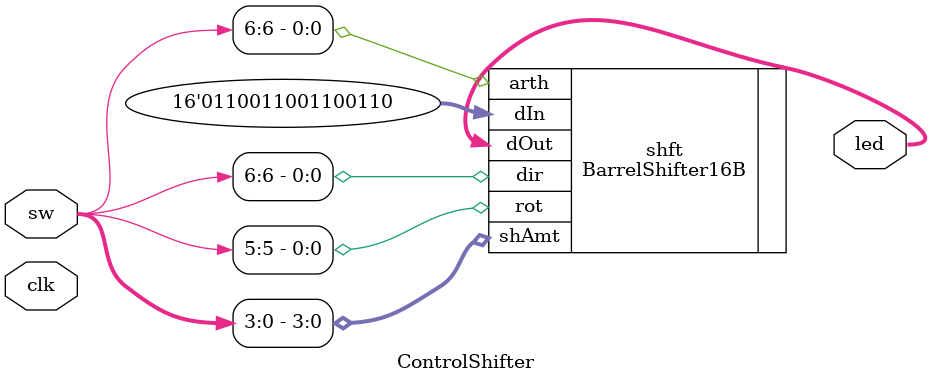
<source format=v>
`timescale 1ns / 1ps


module ControlShifter(
    input clk,
    input [15:0] sw,
    output [15:0] led
  );
    
  BarrelShifter16B shft(
    .dIn(16'b0110011001100110),
    .shAmt(sw[3:0]),
    .dOut(led[15:0]),
    .dir(sw[6]),
    .rot(sw[5]),
    .arth(sw[6])
  );
    
endmodule

</source>
